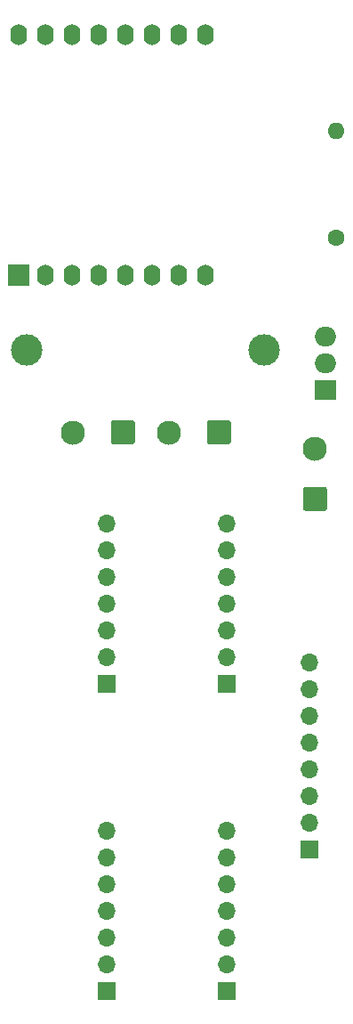
<source format=gts>
%TF.GenerationSoftware,KiCad,Pcbnew,(5.1.10)-1*%
%TF.CreationDate,2021-07-28T16:14:29+02:00*%
%TF.ProjectId,LEDBeam,4c454442-6561-46d2-9e6b-696361645f70,rev?*%
%TF.SameCoordinates,Original*%
%TF.FileFunction,Soldermask,Top*%
%TF.FilePolarity,Negative*%
%FSLAX46Y46*%
G04 Gerber Fmt 4.6, Leading zero omitted, Abs format (unit mm)*
G04 Created by KiCad (PCBNEW (5.1.10)-1) date 2021-07-28 16:14:29*
%MOMM*%
%LPD*%
G01*
G04 APERTURE LIST*
%ADD10O,1.700000X1.700000*%
%ADD11R,1.700000X1.700000*%
%ADD12O,2.000000X1.905000*%
%ADD13R,2.000000X1.905000*%
%ADD14O,1.600000X1.600000*%
%ADD15C,1.600000*%
%ADD16O,1.600000X2.000000*%
%ADD17R,2.000000X2.000000*%
%ADD18C,2.300000*%
%ADD19C,3.000000*%
G04 APERTURE END LIST*
D10*
%TO.C,U6*%
X31242000Y-98552000D03*
X31242000Y-101092000D03*
X31242000Y-103632000D03*
X31242000Y-106172000D03*
X31242000Y-108712000D03*
X31242000Y-111252000D03*
D11*
X31242000Y-113792000D03*
%TD*%
D10*
%TO.C,U5*%
X19812000Y-98552000D03*
X19812000Y-101092000D03*
X19812000Y-103632000D03*
X19812000Y-106172000D03*
X19812000Y-108712000D03*
X19812000Y-111252000D03*
D11*
X19812000Y-113792000D03*
%TD*%
D10*
%TO.C,U3*%
X19812000Y-127762000D03*
X19812000Y-130302000D03*
X19812000Y-132842000D03*
X19812000Y-135382000D03*
X19812000Y-137922000D03*
X19812000Y-140462000D03*
D11*
X19812000Y-143002000D03*
%TD*%
D10*
%TO.C,U2*%
X31242000Y-127762000D03*
X31242000Y-130302000D03*
X31242000Y-132842000D03*
X31242000Y-135382000D03*
X31242000Y-137922000D03*
X31242000Y-140462000D03*
D11*
X31242000Y-143002000D03*
%TD*%
D12*
%TO.C,U4*%
X40640000Y-80772000D03*
X40640000Y-83312000D03*
D13*
X40640000Y-85852000D03*
%TD*%
D14*
%TO.C,R1*%
X41656000Y-61214000D03*
D15*
X41656000Y-71374000D03*
%TD*%
D16*
%TO.C,U1*%
X11430000Y-52070000D03*
X13970000Y-52070000D03*
X16510000Y-52070000D03*
X19050000Y-52070000D03*
X21590000Y-52070000D03*
X24130000Y-52070000D03*
X26670000Y-52070000D03*
X29210000Y-52070000D03*
X29210000Y-74930000D03*
X26670000Y-74930000D03*
X24130000Y-74930000D03*
X21590000Y-74930000D03*
X19050000Y-74930000D03*
X16510000Y-74930000D03*
D17*
X11430000Y-74930000D03*
D16*
X13970000Y-74930000D03*
%TD*%
%TO.C,J3*%
G36*
G01*
X40524001Y-97390000D02*
X38723999Y-97390000D01*
G75*
G02*
X38474000Y-97140001I0J249999D01*
G01*
X38474000Y-95339999D01*
G75*
G02*
X38723999Y-95090000I249999J0D01*
G01*
X40524001Y-95090000D01*
G75*
G02*
X40774000Y-95339999I0J-249999D01*
G01*
X40774000Y-97140001D01*
G75*
G02*
X40524001Y-97390000I-249999J0D01*
G01*
G37*
D18*
X39624000Y-91440000D03*
%TD*%
%TO.C,J2*%
X25680000Y-89916000D03*
G36*
G01*
X31630000Y-89015999D02*
X31630000Y-90816001D01*
G75*
G02*
X31380001Y-91066000I-249999J0D01*
G01*
X29579999Y-91066000D01*
G75*
G02*
X29330000Y-90816001I0J249999D01*
G01*
X29330000Y-89015999D01*
G75*
G02*
X29579999Y-88766000I249999J0D01*
G01*
X31380001Y-88766000D01*
G75*
G02*
X31630000Y-89015999I0J-249999D01*
G01*
G37*
%TD*%
%TO.C,J1*%
X16536000Y-89916000D03*
G36*
G01*
X22486000Y-89015999D02*
X22486000Y-90816001D01*
G75*
G02*
X22236001Y-91066000I-249999J0D01*
G01*
X20435999Y-91066000D01*
G75*
G02*
X20186000Y-90816001I0J249999D01*
G01*
X20186000Y-89015999D01*
G75*
G02*
X20435999Y-88766000I249999J0D01*
G01*
X22236001Y-88766000D01*
G75*
G02*
X22486000Y-89015999I0J-249999D01*
G01*
G37*
%TD*%
D19*
%TO.C,F1*%
X12198000Y-82042000D03*
X34798000Y-82042000D03*
%TD*%
D10*
%TO.C,D1*%
X39116000Y-111760000D03*
X39116000Y-114300000D03*
X39116000Y-116840000D03*
X39116000Y-119380000D03*
X39116000Y-121920000D03*
X39116000Y-124460000D03*
X39116000Y-127000000D03*
D11*
X39116000Y-129540000D03*
%TD*%
M02*

</source>
